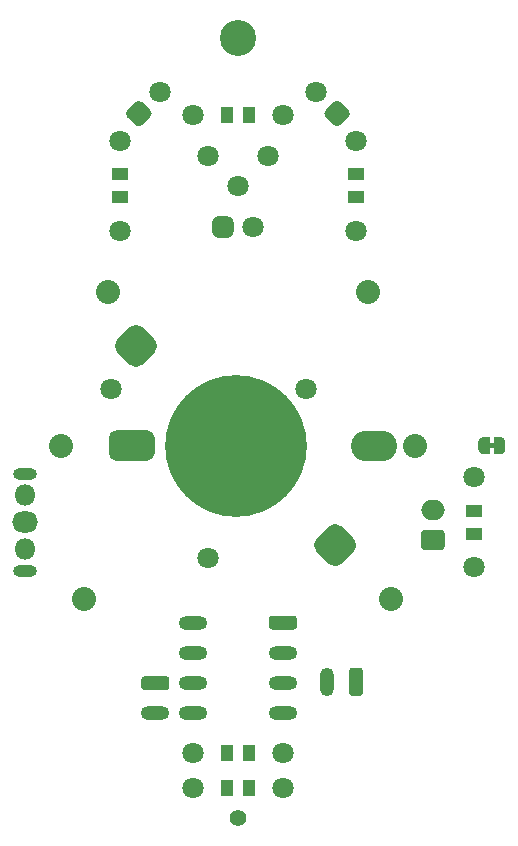
<source format=gbr>
%TF.GenerationSoftware,KiCad,Pcbnew,5.1.9-73d0e3b20d~88~ubuntu20.04.1*%
%TF.CreationDate,2021-09-08T23:10:41+05:30*%
%TF.ProjectId,MAP6,4d415036-2e6b-4696-9361-645f70636258,1*%
%TF.SameCoordinates,Original*%
%TF.FileFunction,Soldermask,Bot*%
%TF.FilePolarity,Negative*%
%FSLAX46Y46*%
G04 Gerber Fmt 4.6, Leading zero omitted, Abs format (unit mm)*
G04 Created by KiCad (PCBNEW 5.1.9-73d0e3b20d~88~ubuntu20.04.1) date 2021-09-08 23:10:41*
%MOMM*%
%LPD*%
G01*
G04 APERTURE LIST*
%ADD10C,0.050800*%
%ADD11C,12.000000*%
%ADD12C,1.800000*%
%ADD13O,3.900000X2.600000*%
%ADD14R,1.450000X1.000000*%
%ADD15R,1.000000X1.450000*%
%ADD16O,1.200000X2.400000*%
%ADD17O,2.000000X1.000000*%
%ADD18O,1.800000X1.800000*%
%ADD19O,2.200000X1.800000*%
%ADD20O,2.400000X1.200000*%
%ADD21C,3.048000*%
%ADD22C,2.036000*%
%ADD23C,1.400000*%
%ADD24O,2.000000X1.700000*%
G04 APERTURE END LIST*
D10*
%TO.C,JP1*%
G36*
X170250000Y-109800000D02*
G01*
X169750000Y-109800000D01*
X169750000Y-110200000D01*
X170250000Y-110200000D01*
X170250000Y-109800000D01*
G37*
%TD*%
D11*
%TO.C,BT2*%
X148300000Y-110000000D03*
G36*
G01*
X158323238Y-118962578D02*
X157262578Y-120023238D01*
G75*
G02*
X156201918Y-120023238I-530330J530330D01*
G01*
X155141258Y-118962578D01*
G75*
G02*
X155141258Y-117901918I530330J530330D01*
G01*
X156201918Y-116841258D01*
G75*
G02*
X157262578Y-116841258I530330J-530330D01*
G01*
X158323238Y-117901918D01*
G75*
G02*
X158323238Y-118962578I-530330J-530330D01*
G01*
G37*
G36*
G01*
X141458742Y-102098082D02*
X140398082Y-103158742D01*
G75*
G02*
X139337422Y-103158742I-530330J530330D01*
G01*
X138276762Y-102098082D01*
G75*
G02*
X138276762Y-101037422I530330J530330D01*
G01*
X139337422Y-99976762D01*
G75*
G02*
X140398082Y-99976762I530330J-530330D01*
G01*
X141458742Y-101037422D01*
G75*
G02*
X141458742Y-102098082I-530330J-530330D01*
G01*
G37*
%TD*%
D12*
%TO.C,BT1*%
X137751000Y-105238000D03*
X146000000Y-119525000D03*
X154249000Y-105238000D03*
D13*
X160000000Y-110000000D03*
G36*
G01*
X138200000Y-108700000D02*
X140800000Y-108700000D01*
G75*
G02*
X141450000Y-109350000I0J-650000D01*
G01*
X141450000Y-110650000D01*
G75*
G02*
X140800000Y-111300000I-650000J0D01*
G01*
X138200000Y-111300000D01*
G75*
G02*
X137550000Y-110650000I0J650000D01*
G01*
X137550000Y-109350000D01*
G75*
G02*
X138200000Y-108700000I650000J0D01*
G01*
G37*
%TD*%
D12*
%TO.C,D1*%
X155101974Y-80101974D03*
G36*
G01*
X155943432Y-81579828D02*
X156579828Y-80943432D01*
G75*
G02*
X157216224Y-80943432I318198J-318198D01*
G01*
X157852620Y-81579828D01*
G75*
G02*
X157852620Y-82216224I-318198J-318198D01*
G01*
X157216224Y-82852620D01*
G75*
G02*
X156579828Y-82852620I-318198J318198D01*
G01*
X155943432Y-82216224D01*
G75*
G02*
X155943432Y-81579828I318198J318198D01*
G01*
G37*
%TD*%
%TO.C,D2*%
G36*
G01*
X140420172Y-80943432D02*
X141056568Y-81579828D01*
G75*
G02*
X141056568Y-82216224I-318198J-318198D01*
G01*
X140420172Y-82852620D01*
G75*
G02*
X139783776Y-82852620I-318198J318198D01*
G01*
X139147380Y-82216224D01*
G75*
G02*
X139147380Y-81579828I318198J318198D01*
G01*
X139783776Y-80943432D01*
G75*
G02*
X140420172Y-80943432I318198J-318198D01*
G01*
G37*
X141898026Y-80101974D03*
%TD*%
D14*
%TO.C,R5*%
X168500000Y-117450000D03*
X168500000Y-115550000D03*
D12*
X168500000Y-120310000D03*
X168500000Y-112690000D03*
%TD*%
%TO.C,R2*%
X138500000Y-91810000D03*
X138500000Y-84190000D03*
D14*
X138500000Y-88950000D03*
X138500000Y-87050000D03*
%TD*%
D12*
%TO.C,R1*%
X158500000Y-91810000D03*
X158500000Y-84190000D03*
D14*
X158500000Y-88950000D03*
X158500000Y-87050000D03*
%TD*%
D12*
%TO.C,R3*%
X152310000Y-82000000D03*
X144690000Y-82000000D03*
D15*
X149450000Y-82000000D03*
X147550000Y-82000000D03*
%TD*%
D12*
%TO.C,R4*%
X152310000Y-139000000D03*
X144690000Y-139000000D03*
D15*
X149450000Y-139000000D03*
X147550000Y-139000000D03*
%TD*%
D12*
%TO.C,R6*%
X152310000Y-136000000D03*
X144690000Y-136000000D03*
D15*
X149450000Y-136000000D03*
X147550000Y-136000000D03*
%TD*%
D16*
%TO.C,C1*%
X156000000Y-130000000D03*
G36*
G01*
X157900000Y-130900000D02*
X157900000Y-129100000D01*
G75*
G02*
X158200000Y-128800000I300000J0D01*
G01*
X158800000Y-128800000D01*
G75*
G02*
X159100000Y-129100000I0J-300000D01*
G01*
X159100000Y-130900000D01*
G75*
G02*
X158800000Y-131200000I-300000J0D01*
G01*
X158200000Y-131200000D01*
G75*
G02*
X157900000Y-130900000I0J300000D01*
G01*
G37*
%TD*%
D10*
%TO.C,JP1*%
G36*
X170150000Y-109250000D02*
G01*
X170650000Y-109250000D01*
X170650000Y-109250602D01*
X170674534Y-109250602D01*
X170723365Y-109255412D01*
X170771490Y-109264984D01*
X170818445Y-109279228D01*
X170863778Y-109298005D01*
X170907051Y-109321136D01*
X170947850Y-109348396D01*
X170985779Y-109379524D01*
X171020476Y-109414221D01*
X171051604Y-109452150D01*
X171078864Y-109492949D01*
X171101995Y-109536222D01*
X171120772Y-109581555D01*
X171135016Y-109628510D01*
X171144588Y-109676635D01*
X171149398Y-109725466D01*
X171149398Y-109750000D01*
X171150000Y-109750000D01*
X171150000Y-110250000D01*
X171149398Y-110250000D01*
X171149398Y-110274534D01*
X171144588Y-110323365D01*
X171135016Y-110371490D01*
X171120772Y-110418445D01*
X171101995Y-110463778D01*
X171078864Y-110507051D01*
X171051604Y-110547850D01*
X171020476Y-110585779D01*
X170985779Y-110620476D01*
X170947850Y-110651604D01*
X170907051Y-110678864D01*
X170863778Y-110701995D01*
X170818445Y-110720772D01*
X170771490Y-110735016D01*
X170723365Y-110744588D01*
X170674534Y-110749398D01*
X170650000Y-110749398D01*
X170650000Y-110750000D01*
X170150000Y-110750000D01*
X170150000Y-109250000D01*
G37*
G36*
X169350000Y-110749398D02*
G01*
X169325466Y-110749398D01*
X169276635Y-110744588D01*
X169228510Y-110735016D01*
X169181555Y-110720772D01*
X169136222Y-110701995D01*
X169092949Y-110678864D01*
X169052150Y-110651604D01*
X169014221Y-110620476D01*
X168979524Y-110585779D01*
X168948396Y-110547850D01*
X168921136Y-110507051D01*
X168898005Y-110463778D01*
X168879228Y-110418445D01*
X168864984Y-110371490D01*
X168855412Y-110323365D01*
X168850602Y-110274534D01*
X168850602Y-110250000D01*
X168850000Y-110250000D01*
X168850000Y-109750000D01*
X168850602Y-109750000D01*
X168850602Y-109725466D01*
X168855412Y-109676635D01*
X168864984Y-109628510D01*
X168879228Y-109581555D01*
X168898005Y-109536222D01*
X168921136Y-109492949D01*
X168948396Y-109452150D01*
X168979524Y-109414221D01*
X169014221Y-109379524D01*
X169052150Y-109348396D01*
X169092949Y-109321136D01*
X169136222Y-109298005D01*
X169181555Y-109279228D01*
X169228510Y-109264984D01*
X169276635Y-109255412D01*
X169325466Y-109250602D01*
X169350000Y-109250602D01*
X169350000Y-109250000D01*
X169850000Y-109250000D01*
X169850000Y-110750000D01*
X169350000Y-110750000D01*
X169350000Y-110749398D01*
G37*
%TD*%
D12*
%TO.C,M1*%
X149770000Y-91500000D03*
G36*
G01*
X148130000Y-91050000D02*
X148130000Y-91950000D01*
G75*
G02*
X147680000Y-92400000I-450000J0D01*
G01*
X146780000Y-92400000D01*
G75*
G02*
X146330000Y-91950000I0J450000D01*
G01*
X146330000Y-91050000D01*
G75*
G02*
X146780000Y-90600000I450000J0D01*
G01*
X147680000Y-90600000D01*
G75*
G02*
X148130000Y-91050000I0J-450000D01*
G01*
G37*
%TD*%
%TO.C,Q1*%
X145960000Y-85500000D03*
X151040000Y-85500000D03*
X148500000Y-88040000D03*
%TD*%
D17*
%TO.C,SW1*%
X130500000Y-112400000D03*
X130500000Y-120600000D03*
D18*
X130500000Y-118800000D03*
D19*
X130500000Y-116500000D03*
D18*
X130500000Y-114200000D03*
%TD*%
%TO.C,C2*%
G36*
G01*
X142400000Y-130720000D02*
X140600000Y-130720000D01*
G75*
G02*
X140300000Y-130420000I0J300000D01*
G01*
X140300000Y-129820000D01*
G75*
G02*
X140600000Y-129520000I300000J0D01*
G01*
X142400000Y-129520000D01*
G75*
G02*
X142700000Y-129820000I0J-300000D01*
G01*
X142700000Y-130420000D01*
G75*
G02*
X142400000Y-130720000I-300000J0D01*
G01*
G37*
D20*
X141500000Y-132620000D03*
%TD*%
%TO.C,U1*%
G36*
G01*
X153510000Y-124700000D02*
X153510000Y-125300000D01*
G75*
G02*
X153210000Y-125600000I-300000J0D01*
G01*
X151410000Y-125600000D01*
G75*
G02*
X151110000Y-125300000I0J300000D01*
G01*
X151110000Y-124700000D01*
G75*
G02*
X151410000Y-124400000I300000J0D01*
G01*
X153210000Y-124400000D01*
G75*
G02*
X153510000Y-124700000I0J-300000D01*
G01*
G37*
X144690000Y-132620000D03*
X152310000Y-127540000D03*
X144690000Y-130080000D03*
X152310000Y-130080000D03*
X144690000Y-127540000D03*
X152310000Y-132620000D03*
X144690000Y-125000000D03*
%TD*%
D21*
%TO.C,G2*%
X148500000Y-75500000D03*
%TD*%
D22*
%TO.C,G3*%
X135500000Y-123000000D03*
%TD*%
%TO.C,G4*%
X137500000Y-97000000D03*
%TD*%
%TO.C,G5*%
X161500000Y-123000000D03*
%TD*%
%TO.C,G6*%
X159500000Y-97000000D03*
%TD*%
%TO.C,G7*%
X133500000Y-110000000D03*
%TD*%
%TO.C,G8*%
X163500000Y-110000000D03*
%TD*%
D23*
%TO.C,G9*%
X148500000Y-141500000D03*
%TD*%
D24*
%TO.C,J1*%
X165000000Y-115500000D03*
G36*
G01*
X165750000Y-118850000D02*
X164250000Y-118850000D01*
G75*
G02*
X164000000Y-118600000I0J250000D01*
G01*
X164000000Y-117400000D01*
G75*
G02*
X164250000Y-117150000I250000J0D01*
G01*
X165750000Y-117150000D01*
G75*
G02*
X166000000Y-117400000I0J-250000D01*
G01*
X166000000Y-118600000D01*
G75*
G02*
X165750000Y-118850000I-250000J0D01*
G01*
G37*
%TD*%
M02*

</source>
